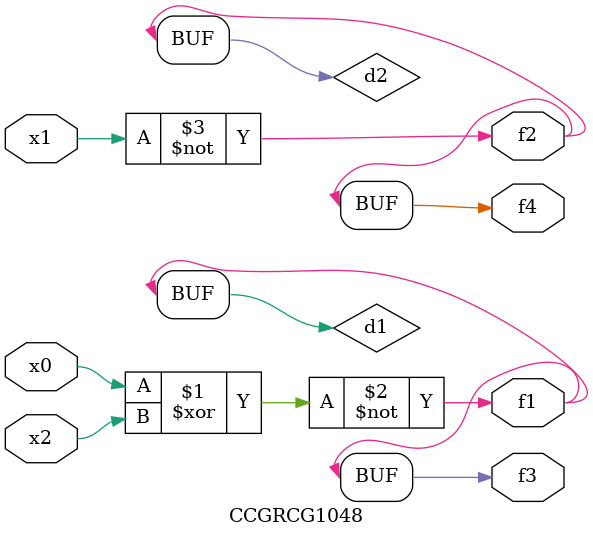
<source format=v>
module CCGRCG1048(
	input x0, x1, x2,
	output f1, f2, f3, f4
);

	wire d1, d2, d3;

	xnor (d1, x0, x2);
	nand (d2, x1);
	nor (d3, x1, x2);
	assign f1 = d1;
	assign f2 = d2;
	assign f3 = d1;
	assign f4 = d2;
endmodule

</source>
